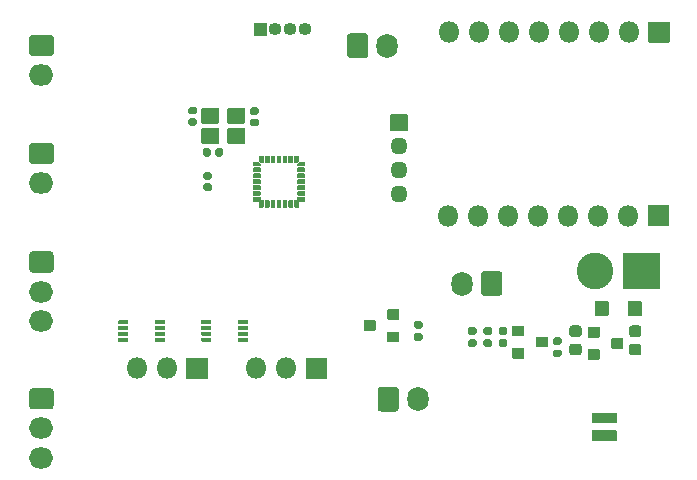
<source format=gts>
G04 #@! TF.GenerationSoftware,KiCad,Pcbnew,(5.1.10)-1*
G04 #@! TF.CreationDate,2021-05-29T18:44:49+08:00*
G04 #@! TF.ProjectId,Light_detector_V1.0,4c696768-745f-4646-9574-6563746f725f,rev?*
G04 #@! TF.SameCoordinates,Original*
G04 #@! TF.FileFunction,Soldermask,Top*
G04 #@! TF.FilePolarity,Negative*
%FSLAX46Y46*%
G04 Gerber Fmt 4.6, Leading zero omitted, Abs format (unit mm)*
G04 Created by KiCad (PCBNEW (5.1.10)-1) date 2021-05-29 18:44:49*
%MOMM*%
%LPD*%
G01*
G04 APERTURE LIST*
%ADD10O,1.800000X2.100000*%
%ADD11O,1.800000X1.800000*%
%ADD12C,3.100000*%
%ADD13O,1.450000X1.450000*%
%ADD14O,2.100000X1.800000*%
%ADD15O,2.050000X1.800000*%
%ADD16O,1.100000X1.100000*%
%ADD17C,0.100000*%
G04 APERTURE END LIST*
G36*
G01*
X95805360Y-46644680D02*
X96355360Y-46644680D01*
G75*
G02*
X96605360Y-46894680I0J-250000D01*
G01*
X96605360Y-47394680D01*
G75*
G02*
X96355360Y-47644680I-250000J0D01*
G01*
X95805360Y-47644680D01*
G75*
G02*
X95555360Y-47394680I0J250000D01*
G01*
X95555360Y-46894680D01*
G75*
G02*
X95805360Y-46644680I250000J0D01*
G01*
G37*
G36*
G01*
X95805360Y-48194680D02*
X96355360Y-48194680D01*
G75*
G02*
X96605360Y-48444680I0J-250000D01*
G01*
X96605360Y-48944680D01*
G75*
G02*
X96355360Y-49194680I-250000J0D01*
G01*
X95805360Y-49194680D01*
G75*
G02*
X95555360Y-48944680I0J250000D01*
G01*
X95555360Y-48444680D01*
G75*
G02*
X95805360Y-48194680I250000J0D01*
G01*
G37*
G36*
G01*
X96653340Y-44672200D02*
X96653340Y-45772200D01*
G75*
G02*
X96603340Y-45822200I-50000J0D01*
G01*
X95503340Y-45822200D01*
G75*
G02*
X95453340Y-45772200I0J50000D01*
G01*
X95453340Y-44672200D01*
G75*
G02*
X95503340Y-44622200I50000J0D01*
G01*
X96603340Y-44622200D01*
G75*
G02*
X96653340Y-44672200I0J-50000D01*
G01*
G37*
G36*
G01*
X93853340Y-44672200D02*
X93853340Y-45772200D01*
G75*
G02*
X93803340Y-45822200I-50000J0D01*
G01*
X92703340Y-45822200D01*
G75*
G02*
X92653340Y-45772200I0J50000D01*
G01*
X92653340Y-44672200D01*
G75*
G02*
X92703340Y-44622200I50000J0D01*
G01*
X93803340Y-44622200D01*
G75*
G02*
X93853340Y-44672200I0J-50000D01*
G01*
G37*
D10*
X81431540Y-43103840D03*
G36*
G01*
X84831540Y-42318545D02*
X84831540Y-43889135D01*
G75*
G02*
X84566835Y-44153840I-264705J0D01*
G01*
X83296245Y-44153840D01*
G75*
G02*
X83031540Y-43889135I0J264705D01*
G01*
X83031540Y-42318545D01*
G75*
G02*
X83296245Y-42053840I264705J0D01*
G01*
X84566835Y-42053840D01*
G75*
G02*
X84831540Y-42318545I0J-264705D01*
G01*
G37*
D11*
X95506320Y-37368520D03*
X92966320Y-37368520D03*
X87886320Y-37368520D03*
X80266320Y-37368520D03*
G36*
G01*
X97196320Y-36468520D02*
X98896320Y-36468520D01*
G75*
G02*
X98946320Y-36518520I0J-50000D01*
G01*
X98946320Y-38218520D01*
G75*
G02*
X98896320Y-38268520I-50000J0D01*
G01*
X97196320Y-38268520D01*
G75*
G02*
X97146320Y-38218520I0J50000D01*
G01*
X97146320Y-36518520D01*
G75*
G02*
X97196320Y-36468520I50000J0D01*
G01*
G37*
X90426320Y-37368520D03*
X82806320Y-37368520D03*
X85346320Y-37368520D03*
X95557120Y-21823720D03*
X93017120Y-21823720D03*
X87937120Y-21823720D03*
X80317120Y-21823720D03*
G36*
G01*
X97247120Y-20923720D02*
X98947120Y-20923720D01*
G75*
G02*
X98997120Y-20973720I0J-50000D01*
G01*
X98997120Y-22673720D01*
G75*
G02*
X98947120Y-22723720I-50000J0D01*
G01*
X97247120Y-22723720D01*
G75*
G02*
X97197120Y-22673720I0J50000D01*
G01*
X97197120Y-20973720D01*
G75*
G02*
X97247120Y-20923720I50000J0D01*
G01*
G37*
X90477120Y-21823720D03*
X82857120Y-21823720D03*
X85397120Y-21823720D03*
D10*
X75070120Y-22966720D03*
G36*
G01*
X71670120Y-23752015D02*
X71670120Y-22181425D01*
G75*
G02*
X71934825Y-21916720I264705J0D01*
G01*
X73205415Y-21916720D01*
G75*
G02*
X73470120Y-22181425I0J-264705D01*
G01*
X73470120Y-23752015D01*
G75*
G02*
X73205415Y-24016720I-264705J0D01*
G01*
X71934825Y-24016720D01*
G75*
G02*
X71670120Y-23752015I0J264705D01*
G01*
G37*
D12*
X92713440Y-42042120D03*
G36*
G01*
X98143440Y-40542120D02*
X98143440Y-43542120D01*
G75*
G02*
X98093440Y-43592120I-50000J0D01*
G01*
X95093440Y-43592120D01*
G75*
G02*
X95043440Y-43542120I0J50000D01*
G01*
X95043440Y-40542120D01*
G75*
G02*
X95093440Y-40492120I50000J0D01*
G01*
X98093440Y-40492120D01*
G75*
G02*
X98143440Y-40542120I0J-50000D01*
G01*
G37*
G36*
G01*
X75355400Y-30174600D02*
X75355400Y-28824600D01*
G75*
G02*
X75405400Y-28774600I50000J0D01*
G01*
X76755400Y-28774600D01*
G75*
G02*
X76805400Y-28824600I0J-50000D01*
G01*
X76805400Y-30174600D01*
G75*
G02*
X76755400Y-30224600I-50000J0D01*
G01*
X75405400Y-30224600D01*
G75*
G02*
X75355400Y-30174600I0J50000D01*
G01*
G37*
D13*
X76080400Y-31499600D03*
X76080400Y-33499600D03*
X76080400Y-35499600D03*
G36*
G01*
X85667500Y-47517000D02*
X85667500Y-46717000D01*
G75*
G02*
X85717500Y-46667000I50000J0D01*
G01*
X86617500Y-46667000D01*
G75*
G02*
X86667500Y-46717000I0J-50000D01*
G01*
X86667500Y-47517000D01*
G75*
G02*
X86617500Y-47567000I-50000J0D01*
G01*
X85717500Y-47567000D01*
G75*
G02*
X85667500Y-47517000I0J50000D01*
G01*
G37*
G36*
G01*
X85667500Y-49417000D02*
X85667500Y-48617000D01*
G75*
G02*
X85717500Y-48567000I50000J0D01*
G01*
X86617500Y-48567000D01*
G75*
G02*
X86667500Y-48617000I0J-50000D01*
G01*
X86667500Y-49417000D01*
G75*
G02*
X86617500Y-49467000I-50000J0D01*
G01*
X85717500Y-49467000D01*
G75*
G02*
X85667500Y-49417000I0J50000D01*
G01*
G37*
G36*
G01*
X87667500Y-48467000D02*
X87667500Y-47667000D01*
G75*
G02*
X87717500Y-47617000I50000J0D01*
G01*
X88617500Y-47617000D01*
G75*
G02*
X88667500Y-47667000I0J-50000D01*
G01*
X88667500Y-48467000D01*
G75*
G02*
X88617500Y-48517000I-50000J0D01*
G01*
X87717500Y-48517000D01*
G75*
G02*
X87667500Y-48467000I0J50000D01*
G01*
G37*
G36*
G01*
X45018305Y-31190400D02*
X46588895Y-31190400D01*
G75*
G02*
X46853600Y-31455105I0J-264705D01*
G01*
X46853600Y-32725695D01*
G75*
G02*
X46588895Y-32990400I-264705J0D01*
G01*
X45018305Y-32990400D01*
G75*
G02*
X44753600Y-32725695I0J264705D01*
G01*
X44753600Y-31455105D01*
G75*
G02*
X45018305Y-31190400I264705J0D01*
G01*
G37*
D14*
X45803600Y-34590400D03*
G36*
G01*
X45018305Y-22046400D02*
X46588895Y-22046400D01*
G75*
G02*
X46853600Y-22311105I0J-264705D01*
G01*
X46853600Y-23581695D01*
G75*
G02*
X46588895Y-23846400I-264705J0D01*
G01*
X45018305Y-23846400D01*
G75*
G02*
X44753600Y-23581695I0J264705D01*
G01*
X44753600Y-22311105D01*
G75*
G02*
X45018305Y-22046400I264705J0D01*
G01*
G37*
X45803600Y-25446400D03*
G36*
G01*
X45043305Y-51967600D02*
X46563895Y-51967600D01*
G75*
G02*
X46828600Y-52232305I0J-264705D01*
G01*
X46828600Y-53502895D01*
G75*
G02*
X46563895Y-53767600I-264705J0D01*
G01*
X45043305Y-53767600D01*
G75*
G02*
X44778600Y-53502895I0J264705D01*
G01*
X44778600Y-52232305D01*
G75*
G02*
X45043305Y-51967600I264705J0D01*
G01*
G37*
D15*
X45803600Y-55367600D03*
X45803600Y-57867600D03*
G36*
G01*
X45043305Y-40385200D02*
X46563895Y-40385200D01*
G75*
G02*
X46828600Y-40649905I0J-264705D01*
G01*
X46828600Y-41920495D01*
G75*
G02*
X46563895Y-42185200I-264705J0D01*
G01*
X45043305Y-42185200D01*
G75*
G02*
X44778600Y-41920495I0J264705D01*
G01*
X44778600Y-40649905D01*
G75*
G02*
X45043305Y-40385200I264705J0D01*
G01*
G37*
X45803600Y-43785200D03*
X45803600Y-46285200D03*
G36*
G01*
X74266000Y-53678295D02*
X74266000Y-52107705D01*
G75*
G02*
X74530705Y-51843000I264705J0D01*
G01*
X75801295Y-51843000D01*
G75*
G02*
X76066000Y-52107705I0J-264705D01*
G01*
X76066000Y-53678295D01*
G75*
G02*
X75801295Y-53943000I-264705J0D01*
G01*
X74530705Y-53943000D01*
G75*
G02*
X74266000Y-53678295I0J264705D01*
G01*
G37*
D10*
X77666000Y-52893000D03*
G36*
G01*
X59346000Y-31203600D02*
X59346000Y-30003600D01*
G75*
G02*
X59396000Y-29953600I50000J0D01*
G01*
X60796000Y-29953600D01*
G75*
G02*
X60846000Y-30003600I0J-50000D01*
G01*
X60846000Y-31203600D01*
G75*
G02*
X60796000Y-31253600I-50000J0D01*
G01*
X59396000Y-31253600D01*
G75*
G02*
X59346000Y-31203600I0J50000D01*
G01*
G37*
G36*
G01*
X61546000Y-31203600D02*
X61546000Y-30003600D01*
G75*
G02*
X61596000Y-29953600I50000J0D01*
G01*
X62996000Y-29953600D01*
G75*
G02*
X63046000Y-30003600I0J-50000D01*
G01*
X63046000Y-31203600D01*
G75*
G02*
X62996000Y-31253600I-50000J0D01*
G01*
X61596000Y-31253600D01*
G75*
G02*
X61546000Y-31203600I0J50000D01*
G01*
G37*
G36*
G01*
X61546000Y-29503600D02*
X61546000Y-28303600D01*
G75*
G02*
X61596000Y-28253600I50000J0D01*
G01*
X62996000Y-28253600D01*
G75*
G02*
X63046000Y-28303600I0J-50000D01*
G01*
X63046000Y-29503600D01*
G75*
G02*
X62996000Y-29553600I-50000J0D01*
G01*
X61596000Y-29553600D01*
G75*
G02*
X61546000Y-29503600I0J50000D01*
G01*
G37*
G36*
G01*
X59346000Y-29503600D02*
X59346000Y-28303600D01*
G75*
G02*
X59396000Y-28253600I50000J0D01*
G01*
X60796000Y-28253600D01*
G75*
G02*
X60846000Y-28303600I0J-50000D01*
G01*
X60846000Y-29503600D01*
G75*
G02*
X60796000Y-29553600I-50000J0D01*
G01*
X59396000Y-29553600D01*
G75*
G02*
X59346000Y-29503600I0J50000D01*
G01*
G37*
G36*
G01*
X63298000Y-47739500D02*
X63298000Y-47989500D01*
G75*
G02*
X63248000Y-48039500I-50000J0D01*
G01*
X62498000Y-48039500D01*
G75*
G02*
X62448000Y-47989500I0J50000D01*
G01*
X62448000Y-47739500D01*
G75*
G02*
X62498000Y-47689500I50000J0D01*
G01*
X63248000Y-47689500D01*
G75*
G02*
X63298000Y-47739500I0J-50000D01*
G01*
G37*
G36*
G01*
X63298000Y-47239500D02*
X63298000Y-47489500D01*
G75*
G02*
X63248000Y-47539500I-50000J0D01*
G01*
X62498000Y-47539500D01*
G75*
G02*
X62448000Y-47489500I0J50000D01*
G01*
X62448000Y-47239500D01*
G75*
G02*
X62498000Y-47189500I50000J0D01*
G01*
X63248000Y-47189500D01*
G75*
G02*
X63298000Y-47239500I0J-50000D01*
G01*
G37*
G36*
G01*
X63298000Y-46739500D02*
X63298000Y-46989500D01*
G75*
G02*
X63248000Y-47039500I-50000J0D01*
G01*
X62498000Y-47039500D01*
G75*
G02*
X62448000Y-46989500I0J50000D01*
G01*
X62448000Y-46739500D01*
G75*
G02*
X62498000Y-46689500I50000J0D01*
G01*
X63248000Y-46689500D01*
G75*
G02*
X63298000Y-46739500I0J-50000D01*
G01*
G37*
G36*
G01*
X63298000Y-46239500D02*
X63298000Y-46489500D01*
G75*
G02*
X63248000Y-46539500I-50000J0D01*
G01*
X62498000Y-46539500D01*
G75*
G02*
X62448000Y-46489500I0J50000D01*
G01*
X62448000Y-46239500D01*
G75*
G02*
X62498000Y-46189500I50000J0D01*
G01*
X63248000Y-46189500D01*
G75*
G02*
X63298000Y-46239500I0J-50000D01*
G01*
G37*
G36*
G01*
X60198000Y-46239500D02*
X60198000Y-46489500D01*
G75*
G02*
X60148000Y-46539500I-50000J0D01*
G01*
X59398000Y-46539500D01*
G75*
G02*
X59348000Y-46489500I0J50000D01*
G01*
X59348000Y-46239500D01*
G75*
G02*
X59398000Y-46189500I50000J0D01*
G01*
X60148000Y-46189500D01*
G75*
G02*
X60198000Y-46239500I0J-50000D01*
G01*
G37*
G36*
G01*
X60198000Y-46739500D02*
X60198000Y-46989500D01*
G75*
G02*
X60148000Y-47039500I-50000J0D01*
G01*
X59398000Y-47039500D01*
G75*
G02*
X59348000Y-46989500I0J50000D01*
G01*
X59348000Y-46739500D01*
G75*
G02*
X59398000Y-46689500I50000J0D01*
G01*
X60148000Y-46689500D01*
G75*
G02*
X60198000Y-46739500I0J-50000D01*
G01*
G37*
G36*
G01*
X60198000Y-47239500D02*
X60198000Y-47489500D01*
G75*
G02*
X60148000Y-47539500I-50000J0D01*
G01*
X59398000Y-47539500D01*
G75*
G02*
X59348000Y-47489500I0J50000D01*
G01*
X59348000Y-47239500D01*
G75*
G02*
X59398000Y-47189500I50000J0D01*
G01*
X60148000Y-47189500D01*
G75*
G02*
X60198000Y-47239500I0J-50000D01*
G01*
G37*
G36*
G01*
X60198000Y-47739500D02*
X60198000Y-47989500D01*
G75*
G02*
X60148000Y-48039500I-50000J0D01*
G01*
X59398000Y-48039500D01*
G75*
G02*
X59348000Y-47989500I0J50000D01*
G01*
X59348000Y-47739500D01*
G75*
G02*
X59398000Y-47689500I50000J0D01*
G01*
X60148000Y-47689500D01*
G75*
G02*
X60198000Y-47739500I0J-50000D01*
G01*
G37*
G36*
G01*
X52312200Y-46502200D02*
X52312200Y-46252200D01*
G75*
G02*
X52362200Y-46202200I50000J0D01*
G01*
X53112200Y-46202200D01*
G75*
G02*
X53162200Y-46252200I0J-50000D01*
G01*
X53162200Y-46502200D01*
G75*
G02*
X53112200Y-46552200I-50000J0D01*
G01*
X52362200Y-46552200D01*
G75*
G02*
X52312200Y-46502200I0J50000D01*
G01*
G37*
G36*
G01*
X52312200Y-47002200D02*
X52312200Y-46752200D01*
G75*
G02*
X52362200Y-46702200I50000J0D01*
G01*
X53112200Y-46702200D01*
G75*
G02*
X53162200Y-46752200I0J-50000D01*
G01*
X53162200Y-47002200D01*
G75*
G02*
X53112200Y-47052200I-50000J0D01*
G01*
X52362200Y-47052200D01*
G75*
G02*
X52312200Y-47002200I0J50000D01*
G01*
G37*
G36*
G01*
X52312200Y-47502200D02*
X52312200Y-47252200D01*
G75*
G02*
X52362200Y-47202200I50000J0D01*
G01*
X53112200Y-47202200D01*
G75*
G02*
X53162200Y-47252200I0J-50000D01*
G01*
X53162200Y-47502200D01*
G75*
G02*
X53112200Y-47552200I-50000J0D01*
G01*
X52362200Y-47552200D01*
G75*
G02*
X52312200Y-47502200I0J50000D01*
G01*
G37*
G36*
G01*
X52312200Y-48002200D02*
X52312200Y-47752200D01*
G75*
G02*
X52362200Y-47702200I50000J0D01*
G01*
X53112200Y-47702200D01*
G75*
G02*
X53162200Y-47752200I0J-50000D01*
G01*
X53162200Y-48002200D01*
G75*
G02*
X53112200Y-48052200I-50000J0D01*
G01*
X52362200Y-48052200D01*
G75*
G02*
X52312200Y-48002200I0J50000D01*
G01*
G37*
G36*
G01*
X55412200Y-48002200D02*
X55412200Y-47752200D01*
G75*
G02*
X55462200Y-47702200I50000J0D01*
G01*
X56212200Y-47702200D01*
G75*
G02*
X56262200Y-47752200I0J-50000D01*
G01*
X56262200Y-48002200D01*
G75*
G02*
X56212200Y-48052200I-50000J0D01*
G01*
X55462200Y-48052200D01*
G75*
G02*
X55412200Y-48002200I0J50000D01*
G01*
G37*
G36*
G01*
X55412200Y-47502200D02*
X55412200Y-47252200D01*
G75*
G02*
X55462200Y-47202200I50000J0D01*
G01*
X56212200Y-47202200D01*
G75*
G02*
X56262200Y-47252200I0J-50000D01*
G01*
X56262200Y-47502200D01*
G75*
G02*
X56212200Y-47552200I-50000J0D01*
G01*
X55462200Y-47552200D01*
G75*
G02*
X55412200Y-47502200I0J50000D01*
G01*
G37*
G36*
G01*
X55412200Y-47002200D02*
X55412200Y-46752200D01*
G75*
G02*
X55462200Y-46702200I50000J0D01*
G01*
X56212200Y-46702200D01*
G75*
G02*
X56262200Y-46752200I0J-50000D01*
G01*
X56262200Y-47002200D01*
G75*
G02*
X56212200Y-47052200I-50000J0D01*
G01*
X55462200Y-47052200D01*
G75*
G02*
X55412200Y-47002200I0J50000D01*
G01*
G37*
G36*
G01*
X55412200Y-46502200D02*
X55412200Y-46252200D01*
G75*
G02*
X55462200Y-46202200I50000J0D01*
G01*
X56212200Y-46202200D01*
G75*
G02*
X56262200Y-46252200I0J-50000D01*
G01*
X56262200Y-46502200D01*
G75*
G02*
X56212200Y-46552200I-50000J0D01*
G01*
X55462200Y-46552200D01*
G75*
G02*
X55412200Y-46502200I0J50000D01*
G01*
G37*
G36*
G01*
X92065760Y-47623680D02*
X92065760Y-46823680D01*
G75*
G02*
X92115760Y-46773680I50000J0D01*
G01*
X93015760Y-46773680D01*
G75*
G02*
X93065760Y-46823680I0J-50000D01*
G01*
X93065760Y-47623680D01*
G75*
G02*
X93015760Y-47673680I-50000J0D01*
G01*
X92115760Y-47673680D01*
G75*
G02*
X92065760Y-47623680I0J50000D01*
G01*
G37*
G36*
G01*
X92065760Y-49523680D02*
X92065760Y-48723680D01*
G75*
G02*
X92115760Y-48673680I50000J0D01*
G01*
X93015760Y-48673680D01*
G75*
G02*
X93065760Y-48723680I0J-50000D01*
G01*
X93065760Y-49523680D01*
G75*
G02*
X93015760Y-49573680I-50000J0D01*
G01*
X92115760Y-49573680D01*
G75*
G02*
X92065760Y-49523680I0J50000D01*
G01*
G37*
G36*
G01*
X94065760Y-48573680D02*
X94065760Y-47773680D01*
G75*
G02*
X94115760Y-47723680I50000J0D01*
G01*
X95015760Y-47723680D01*
G75*
G02*
X95065760Y-47773680I0J-50000D01*
G01*
X95065760Y-48573680D01*
G75*
G02*
X95015760Y-48623680I-50000J0D01*
G01*
X94115760Y-48623680D01*
G75*
G02*
X94065760Y-48573680I0J50000D01*
G01*
G37*
G36*
G01*
X59502400Y-32198800D02*
X59502400Y-31778800D01*
G75*
G02*
X59662400Y-31618800I160000J0D01*
G01*
X59982400Y-31618800D01*
G75*
G02*
X60142400Y-31778800I0J-160000D01*
G01*
X60142400Y-32198800D01*
G75*
G02*
X59982400Y-32358800I-160000J0D01*
G01*
X59662400Y-32358800D01*
G75*
G02*
X59502400Y-32198800I0J160000D01*
G01*
G37*
G36*
G01*
X60522400Y-32198800D02*
X60522400Y-31778800D01*
G75*
G02*
X60682400Y-31618800I160000J0D01*
G01*
X61002400Y-31618800D01*
G75*
G02*
X61162400Y-31778800I0J-160000D01*
G01*
X61162400Y-32198800D01*
G75*
G02*
X61002400Y-32358800I-160000J0D01*
G01*
X60682400Y-32358800D01*
G75*
G02*
X60522400Y-32198800I0J160000D01*
G01*
G37*
G36*
G01*
X77496000Y-46284500D02*
X77916000Y-46284500D01*
G75*
G02*
X78076000Y-46444500I0J-160000D01*
G01*
X78076000Y-46764500D01*
G75*
G02*
X77916000Y-46924500I-160000J0D01*
G01*
X77496000Y-46924500D01*
G75*
G02*
X77336000Y-46764500I0J160000D01*
G01*
X77336000Y-46444500D01*
G75*
G02*
X77496000Y-46284500I160000J0D01*
G01*
G37*
G36*
G01*
X77496000Y-47304500D02*
X77916000Y-47304500D01*
G75*
G02*
X78076000Y-47464500I0J-160000D01*
G01*
X78076000Y-47784500D01*
G75*
G02*
X77916000Y-47944500I-160000J0D01*
G01*
X77496000Y-47944500D01*
G75*
G02*
X77336000Y-47784500I0J160000D01*
G01*
X77336000Y-47464500D01*
G75*
G02*
X77496000Y-47304500I160000J0D01*
G01*
G37*
G36*
G01*
X82488000Y-48465200D02*
X82068000Y-48465200D01*
G75*
G02*
X81908000Y-48305200I0J160000D01*
G01*
X81908000Y-47985200D01*
G75*
G02*
X82068000Y-47825200I160000J0D01*
G01*
X82488000Y-47825200D01*
G75*
G02*
X82648000Y-47985200I0J-160000D01*
G01*
X82648000Y-48305200D01*
G75*
G02*
X82488000Y-48465200I-160000J0D01*
G01*
G37*
G36*
G01*
X82488000Y-47445200D02*
X82068000Y-47445200D01*
G75*
G02*
X81908000Y-47285200I0J160000D01*
G01*
X81908000Y-46965200D01*
G75*
G02*
X82068000Y-46805200I160000J0D01*
G01*
X82488000Y-46805200D01*
G75*
G02*
X82648000Y-46965200I0J-160000D01*
G01*
X82648000Y-47285200D01*
G75*
G02*
X82488000Y-47445200I-160000J0D01*
G01*
G37*
G36*
G01*
X83808800Y-48465200D02*
X83388800Y-48465200D01*
G75*
G02*
X83228800Y-48305200I0J160000D01*
G01*
X83228800Y-47985200D01*
G75*
G02*
X83388800Y-47825200I160000J0D01*
G01*
X83808800Y-47825200D01*
G75*
G02*
X83968800Y-47985200I0J-160000D01*
G01*
X83968800Y-48305200D01*
G75*
G02*
X83808800Y-48465200I-160000J0D01*
G01*
G37*
G36*
G01*
X83808800Y-47445200D02*
X83388800Y-47445200D01*
G75*
G02*
X83228800Y-47285200I0J160000D01*
G01*
X83228800Y-46965200D01*
G75*
G02*
X83388800Y-46805200I160000J0D01*
G01*
X83808800Y-46805200D01*
G75*
G02*
X83968800Y-46965200I0J-160000D01*
G01*
X83968800Y-47285200D01*
G75*
G02*
X83808800Y-47445200I-160000J0D01*
G01*
G37*
G36*
G01*
X85091500Y-48452500D02*
X84671500Y-48452500D01*
G75*
G02*
X84511500Y-48292500I0J160000D01*
G01*
X84511500Y-47972500D01*
G75*
G02*
X84671500Y-47812500I160000J0D01*
G01*
X85091500Y-47812500D01*
G75*
G02*
X85251500Y-47972500I0J-160000D01*
G01*
X85251500Y-48292500D01*
G75*
G02*
X85091500Y-48452500I-160000J0D01*
G01*
G37*
G36*
G01*
X85091500Y-47432500D02*
X84671500Y-47432500D01*
G75*
G02*
X84511500Y-47272500I0J160000D01*
G01*
X84511500Y-46952500D01*
G75*
G02*
X84671500Y-46792500I160000J0D01*
G01*
X85091500Y-46792500D01*
G75*
G02*
X85251500Y-46952500I0J-160000D01*
G01*
X85251500Y-47272500D01*
G75*
G02*
X85091500Y-47432500I-160000J0D01*
G01*
G37*
G36*
G01*
X89281600Y-47668800D02*
X89701600Y-47668800D01*
G75*
G02*
X89861600Y-47828800I0J-160000D01*
G01*
X89861600Y-48148800D01*
G75*
G02*
X89701600Y-48308800I-160000J0D01*
G01*
X89281600Y-48308800D01*
G75*
G02*
X89121600Y-48148800I0J160000D01*
G01*
X89121600Y-47828800D01*
G75*
G02*
X89281600Y-47668800I160000J0D01*
G01*
G37*
G36*
G01*
X89281600Y-48688800D02*
X89701600Y-48688800D01*
G75*
G02*
X89861600Y-48848800I0J-160000D01*
G01*
X89861600Y-49168800D01*
G75*
G02*
X89701600Y-49328800I-160000J0D01*
G01*
X89281600Y-49328800D01*
G75*
G02*
X89121600Y-49168800I0J160000D01*
G01*
X89121600Y-48848800D01*
G75*
G02*
X89281600Y-48688800I160000J0D01*
G01*
G37*
G36*
G01*
X76094500Y-47220000D02*
X76094500Y-48020000D01*
G75*
G02*
X76044500Y-48070000I-50000J0D01*
G01*
X75144500Y-48070000D01*
G75*
G02*
X75094500Y-48020000I0J50000D01*
G01*
X75094500Y-47220000D01*
G75*
G02*
X75144500Y-47170000I50000J0D01*
G01*
X76044500Y-47170000D01*
G75*
G02*
X76094500Y-47220000I0J-50000D01*
G01*
G37*
G36*
G01*
X76094500Y-45320000D02*
X76094500Y-46120000D01*
G75*
G02*
X76044500Y-46170000I-50000J0D01*
G01*
X75144500Y-46170000D01*
G75*
G02*
X75094500Y-46120000I0J50000D01*
G01*
X75094500Y-45320000D01*
G75*
G02*
X75144500Y-45270000I50000J0D01*
G01*
X76044500Y-45270000D01*
G75*
G02*
X76094500Y-45320000I0J-50000D01*
G01*
G37*
G36*
G01*
X74094500Y-46270000D02*
X74094500Y-47070000D01*
G75*
G02*
X74044500Y-47120000I-50000J0D01*
G01*
X73144500Y-47120000D01*
G75*
G02*
X73094500Y-47070000I0J50000D01*
G01*
X73094500Y-46270000D01*
G75*
G02*
X73144500Y-46220000I50000J0D01*
G01*
X74044500Y-46220000D01*
G75*
G02*
X74094500Y-46270000I0J-50000D01*
G01*
G37*
G36*
G01*
X68220000Y-49389500D02*
X69920000Y-49389500D01*
G75*
G02*
X69970000Y-49439500I0J-50000D01*
G01*
X69970000Y-51139500D01*
G75*
G02*
X69920000Y-51189500I-50000J0D01*
G01*
X68220000Y-51189500D01*
G75*
G02*
X68170000Y-51139500I0J50000D01*
G01*
X68170000Y-49439500D01*
G75*
G02*
X68220000Y-49389500I50000J0D01*
G01*
G37*
D11*
X66530000Y-50289500D03*
X63990000Y-50289500D03*
G36*
G01*
X58123500Y-49389500D02*
X59823500Y-49389500D01*
G75*
G02*
X59873500Y-49439500I0J-50000D01*
G01*
X59873500Y-51139500D01*
G75*
G02*
X59823500Y-51189500I-50000J0D01*
G01*
X58123500Y-51189500D01*
G75*
G02*
X58073500Y-51139500I0J50000D01*
G01*
X58073500Y-49439500D01*
G75*
G02*
X58123500Y-49389500I50000J0D01*
G01*
G37*
X56433500Y-50289500D03*
X53893500Y-50289500D03*
G36*
G01*
X64845600Y-22124800D02*
X63845600Y-22124800D01*
G75*
G02*
X63795600Y-22074800I0J50000D01*
G01*
X63795600Y-21074800D01*
G75*
G02*
X63845600Y-21024800I50000J0D01*
G01*
X64845600Y-21024800D01*
G75*
G02*
X64895600Y-21074800I0J-50000D01*
G01*
X64895600Y-22074800D01*
G75*
G02*
X64845600Y-22124800I-50000J0D01*
G01*
G37*
D16*
X65615600Y-21574800D03*
X66885600Y-21574800D03*
X68155600Y-21574800D03*
G36*
G01*
X64320400Y-33678000D02*
X63770400Y-33678000D01*
G75*
G02*
X63720400Y-33628000I0J50000D01*
G01*
X63720400Y-33328000D01*
G75*
G02*
X63770400Y-33278000I50000J0D01*
G01*
X64320400Y-33278000D01*
G75*
G02*
X64370400Y-33328000I0J-50000D01*
G01*
X64370400Y-33628000D01*
G75*
G02*
X64320400Y-33678000I-50000J0D01*
G01*
G37*
G36*
G01*
X64320400Y-34178000D02*
X63770400Y-34178000D01*
G75*
G02*
X63720400Y-34128000I0J50000D01*
G01*
X63720400Y-33828000D01*
G75*
G02*
X63770400Y-33778000I50000J0D01*
G01*
X64320400Y-33778000D01*
G75*
G02*
X64370400Y-33828000I0J-50000D01*
G01*
X64370400Y-34128000D01*
G75*
G02*
X64320400Y-34178000I-50000J0D01*
G01*
G37*
G36*
G01*
X64320400Y-34678000D02*
X63770400Y-34678000D01*
G75*
G02*
X63720400Y-34628000I0J50000D01*
G01*
X63720400Y-34328000D01*
G75*
G02*
X63770400Y-34278000I50000J0D01*
G01*
X64320400Y-34278000D01*
G75*
G02*
X64370400Y-34328000I0J-50000D01*
G01*
X64370400Y-34628000D01*
G75*
G02*
X64320400Y-34678000I-50000J0D01*
G01*
G37*
G36*
G01*
X64320400Y-35178000D02*
X63770400Y-35178000D01*
G75*
G02*
X63720400Y-35128000I0J50000D01*
G01*
X63720400Y-34828000D01*
G75*
G02*
X63770400Y-34778000I50000J0D01*
G01*
X64320400Y-34778000D01*
G75*
G02*
X64370400Y-34828000I0J-50000D01*
G01*
X64370400Y-35128000D01*
G75*
G02*
X64320400Y-35178000I-50000J0D01*
G01*
G37*
G36*
G01*
X64320400Y-35678000D02*
X63770400Y-35678000D01*
G75*
G02*
X63720400Y-35628000I0J50000D01*
G01*
X63720400Y-35328000D01*
G75*
G02*
X63770400Y-35278000I50000J0D01*
G01*
X64320400Y-35278000D01*
G75*
G02*
X64370400Y-35328000I0J-50000D01*
G01*
X64370400Y-35628000D01*
G75*
G02*
X64320400Y-35678000I-50000J0D01*
G01*
G37*
G36*
G01*
X64720400Y-36628000D02*
X64720400Y-36078000D01*
G75*
G02*
X64770400Y-36028000I50000J0D01*
G01*
X65070400Y-36028000D01*
G75*
G02*
X65120400Y-36078000I0J-50000D01*
G01*
X65120400Y-36628000D01*
G75*
G02*
X65070400Y-36678000I-50000J0D01*
G01*
X64770400Y-36678000D01*
G75*
G02*
X64720400Y-36628000I0J50000D01*
G01*
G37*
G36*
G01*
X65220400Y-36628000D02*
X65220400Y-36078000D01*
G75*
G02*
X65270400Y-36028000I50000J0D01*
G01*
X65570400Y-36028000D01*
G75*
G02*
X65620400Y-36078000I0J-50000D01*
G01*
X65620400Y-36628000D01*
G75*
G02*
X65570400Y-36678000I-50000J0D01*
G01*
X65270400Y-36678000D01*
G75*
G02*
X65220400Y-36628000I0J50000D01*
G01*
G37*
G36*
G01*
X65720400Y-36628000D02*
X65720400Y-36078000D01*
G75*
G02*
X65770400Y-36028000I50000J0D01*
G01*
X66070400Y-36028000D01*
G75*
G02*
X66120400Y-36078000I0J-50000D01*
G01*
X66120400Y-36628000D01*
G75*
G02*
X66070400Y-36678000I-50000J0D01*
G01*
X65770400Y-36678000D01*
G75*
G02*
X65720400Y-36628000I0J50000D01*
G01*
G37*
G36*
G01*
X66220400Y-36628000D02*
X66220400Y-36078000D01*
G75*
G02*
X66270400Y-36028000I50000J0D01*
G01*
X66570400Y-36028000D01*
G75*
G02*
X66620400Y-36078000I0J-50000D01*
G01*
X66620400Y-36628000D01*
G75*
G02*
X66570400Y-36678000I-50000J0D01*
G01*
X66270400Y-36678000D01*
G75*
G02*
X66220400Y-36628000I0J50000D01*
G01*
G37*
G36*
G01*
X66720400Y-36628000D02*
X66720400Y-36078000D01*
G75*
G02*
X66770400Y-36028000I50000J0D01*
G01*
X67070400Y-36028000D01*
G75*
G02*
X67120400Y-36078000I0J-50000D01*
G01*
X67120400Y-36628000D01*
G75*
G02*
X67070400Y-36678000I-50000J0D01*
G01*
X66770400Y-36678000D01*
G75*
G02*
X66720400Y-36628000I0J50000D01*
G01*
G37*
G36*
G01*
X68070400Y-35678000D02*
X67520400Y-35678000D01*
G75*
G02*
X67470400Y-35628000I0J50000D01*
G01*
X67470400Y-35328000D01*
G75*
G02*
X67520400Y-35278000I50000J0D01*
G01*
X68070400Y-35278000D01*
G75*
G02*
X68120400Y-35328000I0J-50000D01*
G01*
X68120400Y-35628000D01*
G75*
G02*
X68070400Y-35678000I-50000J0D01*
G01*
G37*
G36*
G01*
X68070400Y-35178000D02*
X67520400Y-35178000D01*
G75*
G02*
X67470400Y-35128000I0J50000D01*
G01*
X67470400Y-34828000D01*
G75*
G02*
X67520400Y-34778000I50000J0D01*
G01*
X68070400Y-34778000D01*
G75*
G02*
X68120400Y-34828000I0J-50000D01*
G01*
X68120400Y-35128000D01*
G75*
G02*
X68070400Y-35178000I-50000J0D01*
G01*
G37*
G36*
G01*
X68070400Y-34678000D02*
X67520400Y-34678000D01*
G75*
G02*
X67470400Y-34628000I0J50000D01*
G01*
X67470400Y-34328000D01*
G75*
G02*
X67520400Y-34278000I50000J0D01*
G01*
X68070400Y-34278000D01*
G75*
G02*
X68120400Y-34328000I0J-50000D01*
G01*
X68120400Y-34628000D01*
G75*
G02*
X68070400Y-34678000I-50000J0D01*
G01*
G37*
G36*
G01*
X68070400Y-34178000D02*
X67520400Y-34178000D01*
G75*
G02*
X67470400Y-34128000I0J50000D01*
G01*
X67470400Y-33828000D01*
G75*
G02*
X67520400Y-33778000I50000J0D01*
G01*
X68070400Y-33778000D01*
G75*
G02*
X68120400Y-33828000I0J-50000D01*
G01*
X68120400Y-34128000D01*
G75*
G02*
X68070400Y-34178000I-50000J0D01*
G01*
G37*
G36*
G01*
X68070400Y-33678000D02*
X67520400Y-33678000D01*
G75*
G02*
X67470400Y-33628000I0J50000D01*
G01*
X67470400Y-33328000D01*
G75*
G02*
X67520400Y-33278000I50000J0D01*
G01*
X68070400Y-33278000D01*
G75*
G02*
X68120400Y-33328000I0J-50000D01*
G01*
X68120400Y-33628000D01*
G75*
G02*
X68070400Y-33678000I-50000J0D01*
G01*
G37*
G36*
G01*
X66720400Y-32878000D02*
X66720400Y-32328000D01*
G75*
G02*
X66770400Y-32278000I50000J0D01*
G01*
X67070400Y-32278000D01*
G75*
G02*
X67120400Y-32328000I0J-50000D01*
G01*
X67120400Y-32878000D01*
G75*
G02*
X67070400Y-32928000I-50000J0D01*
G01*
X66770400Y-32928000D01*
G75*
G02*
X66720400Y-32878000I0J50000D01*
G01*
G37*
G36*
G01*
X66220400Y-32878000D02*
X66220400Y-32328000D01*
G75*
G02*
X66270400Y-32278000I50000J0D01*
G01*
X66570400Y-32278000D01*
G75*
G02*
X66620400Y-32328000I0J-50000D01*
G01*
X66620400Y-32878000D01*
G75*
G02*
X66570400Y-32928000I-50000J0D01*
G01*
X66270400Y-32928000D01*
G75*
G02*
X66220400Y-32878000I0J50000D01*
G01*
G37*
G36*
G01*
X65720400Y-32878000D02*
X65720400Y-32328000D01*
G75*
G02*
X65770400Y-32278000I50000J0D01*
G01*
X66070400Y-32278000D01*
G75*
G02*
X66120400Y-32328000I0J-50000D01*
G01*
X66120400Y-32878000D01*
G75*
G02*
X66070400Y-32928000I-50000J0D01*
G01*
X65770400Y-32928000D01*
G75*
G02*
X65720400Y-32878000I0J50000D01*
G01*
G37*
G36*
G01*
X65220400Y-32878000D02*
X65220400Y-32328000D01*
G75*
G02*
X65270400Y-32278000I50000J0D01*
G01*
X65570400Y-32278000D01*
G75*
G02*
X65620400Y-32328000I0J-50000D01*
G01*
X65620400Y-32878000D01*
G75*
G02*
X65570400Y-32928000I-50000J0D01*
G01*
X65270400Y-32928000D01*
G75*
G02*
X65220400Y-32878000I0J50000D01*
G01*
G37*
G36*
G01*
X64720400Y-32878000D02*
X64720400Y-32328000D01*
G75*
G02*
X64770400Y-32278000I50000J0D01*
G01*
X65070400Y-32278000D01*
G75*
G02*
X65120400Y-32328000I0J-50000D01*
G01*
X65120400Y-32878000D01*
G75*
G02*
X65070400Y-32928000I-50000J0D01*
G01*
X64770400Y-32928000D01*
G75*
G02*
X64720400Y-32878000I0J50000D01*
G01*
G37*
D17*
G36*
X64580155Y-32278961D02*
G01*
X64589534Y-32281806D01*
X64598179Y-32286427D01*
X64605755Y-32292645D01*
X64611973Y-32300221D01*
X64616594Y-32308866D01*
X64619439Y-32318245D01*
X64620400Y-32328000D01*
X64620400Y-32878000D01*
X64619439Y-32887755D01*
X64616594Y-32897134D01*
X64611973Y-32905779D01*
X64605755Y-32913355D01*
X64598179Y-32919573D01*
X64589534Y-32924194D01*
X64580155Y-32927039D01*
X64570400Y-32928000D01*
X64420400Y-32928000D01*
X64410645Y-32927039D01*
X64401266Y-32924194D01*
X64392621Y-32919573D01*
X64385045Y-32913355D01*
X64235045Y-32763355D01*
X64228827Y-32755779D01*
X64224206Y-32747134D01*
X64221361Y-32737755D01*
X64220400Y-32728000D01*
X64220400Y-32328000D01*
X64221361Y-32318245D01*
X64224206Y-32308866D01*
X64228827Y-32300221D01*
X64235045Y-32292645D01*
X64242621Y-32286427D01*
X64251266Y-32281806D01*
X64260645Y-32278961D01*
X64270400Y-32278000D01*
X64570400Y-32278000D01*
X64580155Y-32278961D01*
G37*
G36*
X68119439Y-33137755D02*
G01*
X68116594Y-33147134D01*
X68111973Y-33155779D01*
X68105755Y-33163355D01*
X68098179Y-33169573D01*
X68089534Y-33174194D01*
X68080155Y-33177039D01*
X68070400Y-33178000D01*
X67520400Y-33178000D01*
X67510645Y-33177039D01*
X67501266Y-33174194D01*
X67492621Y-33169573D01*
X67485045Y-33163355D01*
X67478827Y-33155779D01*
X67474206Y-33147134D01*
X67471361Y-33137755D01*
X67470400Y-33128000D01*
X67470400Y-32978000D01*
X67471361Y-32968245D01*
X67474206Y-32958866D01*
X67478827Y-32950221D01*
X67485045Y-32942645D01*
X67635045Y-32792645D01*
X67642621Y-32786427D01*
X67651266Y-32781806D01*
X67660645Y-32778961D01*
X67670400Y-32778000D01*
X68070400Y-32778000D01*
X68080155Y-32778961D01*
X68089534Y-32781806D01*
X68098179Y-32786427D01*
X68105755Y-32792645D01*
X68111973Y-32800221D01*
X68116594Y-32808866D01*
X68119439Y-32818245D01*
X68120400Y-32828000D01*
X68120400Y-33128000D01*
X68119439Y-33137755D01*
G37*
G36*
X67260645Y-36677039D02*
G01*
X67251266Y-36674194D01*
X67242621Y-36669573D01*
X67235045Y-36663355D01*
X67228827Y-36655779D01*
X67224206Y-36647134D01*
X67221361Y-36637755D01*
X67220400Y-36628000D01*
X67220400Y-36078000D01*
X67221361Y-36068245D01*
X67224206Y-36058866D01*
X67228827Y-36050221D01*
X67235045Y-36042645D01*
X67242621Y-36036427D01*
X67251266Y-36031806D01*
X67260645Y-36028961D01*
X67270400Y-36028000D01*
X67420400Y-36028000D01*
X67430155Y-36028961D01*
X67439534Y-36031806D01*
X67448179Y-36036427D01*
X67455755Y-36042645D01*
X67605755Y-36192645D01*
X67611973Y-36200221D01*
X67616594Y-36208866D01*
X67619439Y-36218245D01*
X67620400Y-36228000D01*
X67620400Y-36628000D01*
X67619439Y-36637755D01*
X67616594Y-36647134D01*
X67611973Y-36655779D01*
X67605755Y-36663355D01*
X67598179Y-36669573D01*
X67589534Y-36674194D01*
X67580155Y-36677039D01*
X67570400Y-36678000D01*
X67270400Y-36678000D01*
X67260645Y-36677039D01*
G37*
G36*
X63721361Y-35818245D02*
G01*
X63724206Y-35808866D01*
X63728827Y-35800221D01*
X63735045Y-35792645D01*
X63742621Y-35786427D01*
X63751266Y-35781806D01*
X63760645Y-35778961D01*
X63770400Y-35778000D01*
X64320400Y-35778000D01*
X64330155Y-35778961D01*
X64339534Y-35781806D01*
X64348179Y-35786427D01*
X64355755Y-35792645D01*
X64361973Y-35800221D01*
X64366594Y-35808866D01*
X64369439Y-35818245D01*
X64370400Y-35828000D01*
X64370400Y-35978000D01*
X64369439Y-35987755D01*
X64366594Y-35997134D01*
X64361973Y-36005779D01*
X64355755Y-36013355D01*
X64205755Y-36163355D01*
X64198179Y-36169573D01*
X64189534Y-36174194D01*
X64180155Y-36177039D01*
X64170400Y-36178000D01*
X63770400Y-36178000D01*
X63760645Y-36177039D01*
X63751266Y-36174194D01*
X63742621Y-36169573D01*
X63735045Y-36163355D01*
X63728827Y-36155779D01*
X63724206Y-36147134D01*
X63721361Y-36137755D01*
X63720400Y-36128000D01*
X63720400Y-35828000D01*
X63721361Y-35818245D01*
G37*
G36*
X63721361Y-32818245D02*
G01*
X63724206Y-32808866D01*
X63728827Y-32800221D01*
X63735045Y-32792645D01*
X63742621Y-32786427D01*
X63751266Y-32781806D01*
X63760645Y-32778961D01*
X63770400Y-32778000D01*
X64170400Y-32778000D01*
X64180155Y-32778961D01*
X64189534Y-32781806D01*
X64198179Y-32786427D01*
X64205755Y-32792645D01*
X64355755Y-32942645D01*
X64361973Y-32950221D01*
X64366594Y-32958866D01*
X64369439Y-32968245D01*
X64370400Y-32978000D01*
X64370400Y-33128000D01*
X64369439Y-33137755D01*
X64366594Y-33147134D01*
X64361973Y-33155779D01*
X64355755Y-33163355D01*
X64348179Y-33169573D01*
X64339534Y-33174194D01*
X64330155Y-33177039D01*
X64320400Y-33178000D01*
X63770400Y-33178000D01*
X63760645Y-33177039D01*
X63751266Y-33174194D01*
X63742621Y-33169573D01*
X63735045Y-33163355D01*
X63728827Y-33155779D01*
X63724206Y-33147134D01*
X63721361Y-33137755D01*
X63720400Y-33128000D01*
X63720400Y-32828000D01*
X63721361Y-32818245D01*
G37*
G36*
X64260645Y-36677039D02*
G01*
X64251266Y-36674194D01*
X64242621Y-36669573D01*
X64235045Y-36663355D01*
X64228827Y-36655779D01*
X64224206Y-36647134D01*
X64221361Y-36637755D01*
X64220400Y-36628000D01*
X64220400Y-36228000D01*
X64221361Y-36218245D01*
X64224206Y-36208866D01*
X64228827Y-36200221D01*
X64235045Y-36192645D01*
X64385045Y-36042645D01*
X64392621Y-36036427D01*
X64401266Y-36031806D01*
X64410645Y-36028961D01*
X64420400Y-36028000D01*
X64570400Y-36028000D01*
X64580155Y-36028961D01*
X64589534Y-36031806D01*
X64598179Y-36036427D01*
X64605755Y-36042645D01*
X64611973Y-36050221D01*
X64616594Y-36058866D01*
X64619439Y-36068245D01*
X64620400Y-36078000D01*
X64620400Y-36628000D01*
X64619439Y-36637755D01*
X64616594Y-36647134D01*
X64611973Y-36655779D01*
X64605755Y-36663355D01*
X64598179Y-36669573D01*
X64589534Y-36674194D01*
X64580155Y-36677039D01*
X64570400Y-36678000D01*
X64270400Y-36678000D01*
X64260645Y-36677039D01*
G37*
G36*
X68119439Y-36137755D02*
G01*
X68116594Y-36147134D01*
X68111973Y-36155779D01*
X68105755Y-36163355D01*
X68098179Y-36169573D01*
X68089534Y-36174194D01*
X68080155Y-36177039D01*
X68070400Y-36178000D01*
X67670400Y-36178000D01*
X67660645Y-36177039D01*
X67651266Y-36174194D01*
X67642621Y-36169573D01*
X67635045Y-36163355D01*
X67485045Y-36013355D01*
X67478827Y-36005779D01*
X67474206Y-35997134D01*
X67471361Y-35987755D01*
X67470400Y-35978000D01*
X67470400Y-35828000D01*
X67471361Y-35818245D01*
X67474206Y-35808866D01*
X67478827Y-35800221D01*
X67485045Y-35792645D01*
X67492621Y-35786427D01*
X67501266Y-35781806D01*
X67510645Y-35778961D01*
X67520400Y-35778000D01*
X68070400Y-35778000D01*
X68080155Y-35778961D01*
X68089534Y-35781806D01*
X68098179Y-35786427D01*
X68105755Y-35792645D01*
X68111973Y-35800221D01*
X68116594Y-35808866D01*
X68119439Y-35818245D01*
X68120400Y-35828000D01*
X68120400Y-36128000D01*
X68119439Y-36137755D01*
G37*
G36*
X67580155Y-32278961D02*
G01*
X67589534Y-32281806D01*
X67598179Y-32286427D01*
X67605755Y-32292645D01*
X67611973Y-32300221D01*
X67616594Y-32308866D01*
X67619439Y-32318245D01*
X67620400Y-32328000D01*
X67620400Y-32728000D01*
X67619439Y-32737755D01*
X67616594Y-32747134D01*
X67611973Y-32755779D01*
X67605755Y-32763355D01*
X67455755Y-32913355D01*
X67448179Y-32919573D01*
X67439534Y-32924194D01*
X67430155Y-32927039D01*
X67420400Y-32928000D01*
X67270400Y-32928000D01*
X67260645Y-32927039D01*
X67251266Y-32924194D01*
X67242621Y-32919573D01*
X67235045Y-32913355D01*
X67228827Y-32905779D01*
X67224206Y-32897134D01*
X67221361Y-32887755D01*
X67220400Y-32878000D01*
X67220400Y-32328000D01*
X67221361Y-32318245D01*
X67224206Y-32308866D01*
X67228827Y-32300221D01*
X67235045Y-32292645D01*
X67242621Y-32286427D01*
X67251266Y-32281806D01*
X67260645Y-32278961D01*
X67270400Y-32278000D01*
X67570400Y-32278000D01*
X67580155Y-32278961D01*
G37*
G36*
G01*
X91300760Y-49194680D02*
X90750760Y-49194680D01*
G75*
G02*
X90500760Y-48944680I0J250000D01*
G01*
X90500760Y-48444680D01*
G75*
G02*
X90750760Y-48194680I250000J0D01*
G01*
X91300760Y-48194680D01*
G75*
G02*
X91550760Y-48444680I0J-250000D01*
G01*
X91550760Y-48944680D01*
G75*
G02*
X91300760Y-49194680I-250000J0D01*
G01*
G37*
G36*
G01*
X91300760Y-47644680D02*
X90750760Y-47644680D01*
G75*
G02*
X90500760Y-47394680I0J250000D01*
G01*
X90500760Y-46894680D01*
G75*
G02*
X90750760Y-46644680I250000J0D01*
G01*
X91300760Y-46644680D01*
G75*
G02*
X91550760Y-46894680I0J-250000D01*
G01*
X91550760Y-47394680D01*
G75*
G02*
X91300760Y-47644680I-250000J0D01*
G01*
G37*
G36*
G01*
X58410200Y-28130800D02*
X58800200Y-28130800D01*
G75*
G02*
X58965200Y-28295800I0J-165000D01*
G01*
X58965200Y-28625800D01*
G75*
G02*
X58800200Y-28790800I-165000J0D01*
G01*
X58410200Y-28790800D01*
G75*
G02*
X58245200Y-28625800I0J165000D01*
G01*
X58245200Y-28295800D01*
G75*
G02*
X58410200Y-28130800I165000J0D01*
G01*
G37*
G36*
G01*
X58410200Y-29090800D02*
X58800200Y-29090800D01*
G75*
G02*
X58965200Y-29255800I0J-165000D01*
G01*
X58965200Y-29585800D01*
G75*
G02*
X58800200Y-29750800I-165000J0D01*
G01*
X58410200Y-29750800D01*
G75*
G02*
X58245200Y-29585800I0J165000D01*
G01*
X58245200Y-29255800D01*
G75*
G02*
X58410200Y-29090800I165000J0D01*
G01*
G37*
G36*
G01*
X63642600Y-28181600D02*
X64032600Y-28181600D01*
G75*
G02*
X64197600Y-28346600I0J-165000D01*
G01*
X64197600Y-28676600D01*
G75*
G02*
X64032600Y-28841600I-165000J0D01*
G01*
X63642600Y-28841600D01*
G75*
G02*
X63477600Y-28676600I0J165000D01*
G01*
X63477600Y-28346600D01*
G75*
G02*
X63642600Y-28181600I165000J0D01*
G01*
G37*
G36*
G01*
X63642600Y-29141600D02*
X64032600Y-29141600D01*
G75*
G02*
X64197600Y-29306600I0J-165000D01*
G01*
X64197600Y-29636600D01*
G75*
G02*
X64032600Y-29801600I-165000J0D01*
G01*
X63642600Y-29801600D01*
G75*
G02*
X63477600Y-29636600I0J165000D01*
G01*
X63477600Y-29306600D01*
G75*
G02*
X63642600Y-29141600I165000J0D01*
G01*
G37*
G36*
G01*
X59680200Y-33668000D02*
X60070200Y-33668000D01*
G75*
G02*
X60235200Y-33833000I0J-165000D01*
G01*
X60235200Y-34163000D01*
G75*
G02*
X60070200Y-34328000I-165000J0D01*
G01*
X59680200Y-34328000D01*
G75*
G02*
X59515200Y-34163000I0J165000D01*
G01*
X59515200Y-33833000D01*
G75*
G02*
X59680200Y-33668000I165000J0D01*
G01*
G37*
G36*
G01*
X59680200Y-34628000D02*
X60070200Y-34628000D01*
G75*
G02*
X60235200Y-34793000I0J-165000D01*
G01*
X60235200Y-35123000D01*
G75*
G02*
X60070200Y-35288000I-165000J0D01*
G01*
X59680200Y-35288000D01*
G75*
G02*
X59515200Y-35123000I0J165000D01*
G01*
X59515200Y-34793000D01*
G75*
G02*
X59680200Y-34628000I165000J0D01*
G01*
G37*
G36*
G01*
X92404000Y-54892500D02*
X92404000Y-54092500D01*
G75*
G02*
X92454000Y-54042500I50000J0D01*
G01*
X94454000Y-54042500D01*
G75*
G02*
X94504000Y-54092500I0J-50000D01*
G01*
X94504000Y-54892500D01*
G75*
G02*
X94454000Y-54942500I-50000J0D01*
G01*
X92454000Y-54942500D01*
G75*
G02*
X92404000Y-54892500I0J50000D01*
G01*
G37*
G36*
G01*
X92404000Y-56392500D02*
X92404000Y-55592500D01*
G75*
G02*
X92454000Y-55542500I50000J0D01*
G01*
X94454000Y-55542500D01*
G75*
G02*
X94504000Y-55592500I0J-50000D01*
G01*
X94504000Y-56392500D01*
G75*
G02*
X94454000Y-56442500I-50000J0D01*
G01*
X92454000Y-56442500D01*
G75*
G02*
X92404000Y-56392500I0J50000D01*
G01*
G37*
M02*

</source>
